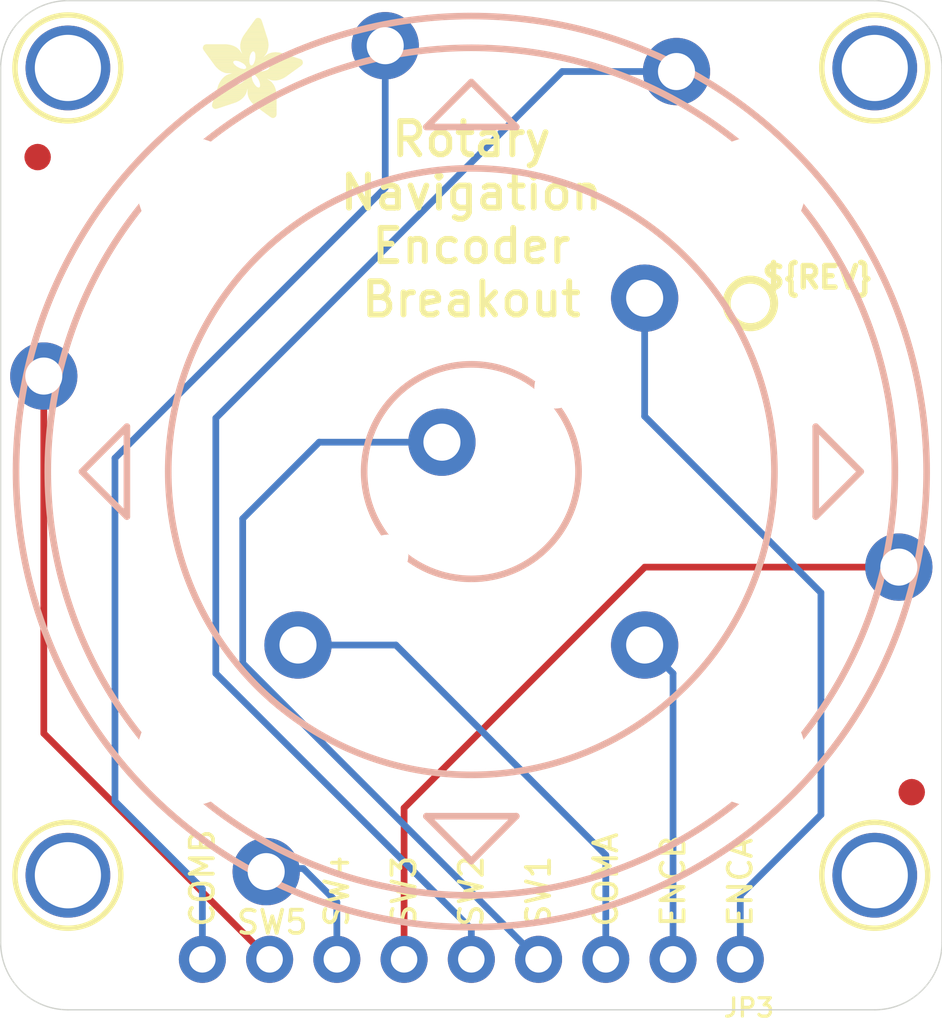
<source format=kicad_pcb>
(kicad_pcb (version 20221018) (generator pcbnew)
  (layers (0 "F.Cu" signal) (31 "B.Cu" signal) (34 "B.Paste" user) (35 "F.Paste" user) (36 "B.SilkS" user "B.Silkscreen") (37 "F.SilkS" user "F.Silkscreen") (38 "B.Mask" user) (39 "F.Mask" user) (44 "Edge.Cuts" user))
  (net 0 "")
  (net 1 "ENC_A")
  (net 2 "ENC_B")
  (net 3 "SW1")
  (net 4 "SW2")
  (net 5 "SW3")
  (net 6 "SW4")
  (net 7 "SW5")
  (net 8 "COMA")
  (net 9 "COMB")
  (footprint "working:PCBFEAT-REV-040" (layer "F.Cu") (at 159.0421 97.3836 180)
    (fp_text reference "U$33" hide)
    (fp_text value "" hide)
    (fp_text user "${REV}" (at -0.3556 0.508 180) (layer "F.SilkS") (effects (font (size 0.8128 0.8128) (thickness 0.2032)) (justify left bottom)))
  )
  (footprint "working:FIDUCIAL_1MM" (layer "F.Cu") (at 132.1181 91.8591 180)
    (fp_text reference "FID3" hide)
    (fp_text value "FIDUCIAL_1MM" hide)
    (pad "1" smd roundrect (at 0 0 180) (size 1 1) (layers "F.Cu" "F.Mask") (roundrect_rratio 0.5))
  )
  (footprint "working:MOUNTINGHOLE_2.5_PLATED" (layer "F.Cu") (at 133.2611 118.9736 180)
    (fp_text reference "U$27" hide)
    (fp_text value "MOUNTINGHOLE2.5" hide)
    (pad "P$1" thru_hole circle (at 0 0 180) (size 3.2 3.2) (drill 2.5) (layers "*.Cu" "*.Mask"))
  )
  (footprint "working:MOUNTINGHOLE_2.5_PLATED" (layer "F.Cu") (at 163.7411 118.9736 180)
    (fp_text reference "U$25" hide)
    (fp_text value "MOUNTINGHOLE2.5" hide)
    (pad "P$1" thru_hole circle (at 0 0 180) (size 3.2 3.2) (drill 2.5) (layers "*.Cu" "*.Mask"))
  )
  (footprint "working:1X09_ROUND_70" (layer "F.Cu") (at 148.5011 122.1486 180)
    (fp_text reference "JP3" (at -11.5062 -1.8288) (layer "F.SilkS") (effects (font (size 0.692831 0.692831) (thickness 0.119969)) (justify right)))
    (fp_text value "")
    (pad "1" thru_hole circle (at -10.16 0 270) (size 1.778 1.778) (drill 1) (layers "*.Cu" "*.Mask") (net 1 "ENC_A"))
    (pad "2" thru_hole circle (at -7.62 0 270) (size 1.778 1.778) (drill 1) (layers "*.Cu" "*.Mask") (net 2 "ENC_B"))
    (pad "3" thru_hole circle (at -5.08 0 270) (size 1.778 1.778) (drill 1) (layers "*.Cu" "*.Mask") (net 8 "COMA"))
    (pad "4" thru_hole circle (at -2.54 0 270) (size 1.778 1.778) (drill 1) (layers "*.Cu" "*.Mask") (net 3 "SW1"))
    (pad "5" thru_hole circle (at 0 0 270) (size 1.778 1.778) (drill 1) (layers "*.Cu" "*.Mask") (net 4 "SW2"))
    (pad "6" thru_hole circle (at 2.54 0 270) (size 1.778 1.778) (drill 1) (layers "*.Cu" "*.Mask") (net 5 "SW3"))
    (pad "7" thru_hole circle (at 5.08 0 270) (size 1.778 1.778) (drill 1) (layers "*.Cu" "*.Mask") (net 6 "SW4"))
    (pad "8" thru_hole circle (at 7.62 0 270) (size 1.778 1.778) (drill 1) (layers "*.Cu" "*.Mask") (net 7 "SW5"))
    (pad "9" thru_hole circle (at 10.16 0 270) (size 1.778 1.778) (drill 1) (layers "*.Cu" "*.Mask") (net 9 "COMB"))
  )
  (footprint "working:ADAFRUIT_3.5MM" (layer "F.Cu") (at 138.3411 90.3986)
    (fp_text reference "U$32" hide)
    (fp_text value "" hide)
  )
  (footprint "working:MOUNTINGHOLE_2.5_PLATED" (layer "F.Cu") (at 133.2611 88.4936 180)
    (fp_text reference "U$30" hide)
    (fp_text value "MOUNTINGHOLE2.5" hide)
    (pad "P$1" thru_hole circle (at 0 0 180) (size 3.2 3.2) (drill 2.5) (layers "*.Cu" "*.Mask"))
  )
  (footprint "working:MOUNTINGHOLE_2.5_PLATED" (layer "F.Cu") (at 163.7411 88.4936 180)
    (fp_text reference "U$29" hide)
    (fp_text value "MOUNTINGHOLE2.5" hide)
    (pad "P$1" thru_hole circle (at 0 0 180) (size 3.2 3.2) (drill 2.5) (layers "*.Cu" "*.Mask"))
  )
  (footprint "working:FIDUCIAL_1MM" (layer "F.Cu") (at 165.1381 115.8367 180)
    (fp_text reference "FID4" hide)
    (fp_text value "FIDUCIAL_1MM" hide)
    (pad "1" smd roundrect (at 0 0 180) (size 1 1) (layers "F.Cu" "F.Mask") (roundrect_rratio 0.5))
  )
  (footprint "working:ENCODER_ANO" (layer "B.Cu") (at 148.5011 103.7336 -45)
    (fp_text reference "X1" hide)
    (fp_text value "ENCODER_ANO" hide)
    (pad "" np_thru_hole circle (at -15 0 315) (size 4 4) (drill 4) (layers "*.Cu" "*.Mask"))
    (pad "" np_thru_hole circle (at 0 -15 315) (size 4 4) (drill 4) (layers "*.Cu" "*.Mask"))
    (pad "" np_thru_hole circle (at 0 -4.5 315) (size 1.6 1.6) (drill 1.6) (layers "*.Cu" "*.Mask"))
    (pad "" np_thru_hole circle (at 0 4.5 315) (size 1.6 1.6) (drill 1.6) (layers "*.Cu" "*.Mask"))
    (pad "" np_thru_hole circle (at 0 15 315) (size 4 4) (drill 4) (layers "*.Cu" "*.Mask"))
    (pad "" np_thru_hole circle (at 15 0 315) (size 4 4) (drill 4) (layers "*.Cu" "*.Mask"))
    (pad "A" thru_hole circle (at 0 -9.26 315) (size 2.54 2.54) (drill 1.4) (layers "*.Cu" "*.Mask") (net 1 "ENC_A"))
    (pad "B" thru_hole circle (at 9.26 0 315) (size 2.54 2.54) (drill 1.4) (layers "*.Cu" "*.Mask") (net 2 "ENC_B"))
    (pad "COM_A" thru_hole circle (at 0 9.26 315) (size 2.54 2.54) (drill 1.4) (layers "*.Cu" "*.Mask") (net 8 "COMA"))
    (pad "COM_B" thru_hole circle (at -13.67 -9.07 315) (size 2.54 2.54) (drill 1.4) (layers "*.Cu" "*.Mask") (net 9 "COMB"))
    (pad "S1" thru_hole circle (at -1.57 0 315) (size 2.54 2.54) (drill 1.4) (layers "*.Cu" "*.Mask") (net 3 "SW1"))
    (pad "S2" thru_hole circle (at -5.2 -16.16 315) (size 2.54 2.54) (drill 1.4) (layers "*.Cu" "*.Mask") (net 4 "SW2"))
    (pad "S3" thru_hole circle (at 13.97 -8.87 315) (size 2.54 2.54) (drill 1.4) (layers "*.Cu" "*.Mask") (net 5 "SW3"))
    (pad "S4" thru_hole circle (at 5.2 16.16 315) (size 2.54 2.54) (drill 1.4) (layers "*.Cu" "*.Mask") (net 6 "SW4"))
    (pad "S5" thru_hole circle (at -13.97 8.87 315) (size 2.54 2.54) (drill 1.4) (layers "*.Cu" "*.Mask") (net 7 "SW5"))
  )
  (gr_arc (start 130.7211 88.4936) (mid 131.465049 86.697549) (end 133.2611 85.9536) (stroke (width 0.05)) (layer "Edge.Cuts"))
  (gr_line (start 130.7211 88.4936) (end 130.7211 121.5136) (stroke (width 0.05)) (layer "Edge.Cuts"))
  (gr_line (start 166.2811 121.5136) (end 166.2811 88.4936) (stroke (width 0.05)) (layer "Edge.Cuts"))
  (gr_arc (start 133.2611 124.0536) (mid 131.465049 123.309651) (end 130.7211 121.5136) (stroke (width 0.05)) (layer "Edge.Cuts"))
  (gr_arc (start 166.2811 121.5136) (mid 165.537151 123.309651) (end 163.7411 124.0536) (stroke (width 0.05)) (layer "Edge.Cuts"))
  (gr_line (start 163.7411 85.9536) (end 133.2611 85.9536) (stroke (width 0.05)) (layer "Edge.Cuts"))
  (gr_arc (start 163.7411 85.9536) (mid 165.537151 86.697549) (end 166.2811 88.4936) (stroke (width 0.05)) (layer "Edge.Cuts"))
  (gr_line (start 133.2611 124.0536) (end 163.7411 124.0536) (stroke (width 0.05)) (layer "Edge.Cuts"))
  (gr_text "SW3" (at 145.9611 121.0056 90) (layer "F.SilkS") (effects (font (size 0.87376 0.87376) (thickness 0.14224)) (justify left)))
  (gr_text "COMA" (at 153.5811 121.0056 90) (layer "F.SilkS") (effects (font (size 0.87376 0.87376) (thickness 0.14224)) (justify left)))
  (gr_text "SW2" (at 148.5011 121.0056 90) (layer "F.SilkS") (effects (font (size 0.87376 0.87376) (thickness 0.14224)) (justify left)))
  (gr_text "Rotary\nNavigation\nEncoder\nBreakout" (at 148.5011 94.2086) (layer "F.SilkS") (effects (font (size 1.25222 1.25222) (thickness 0.22098))))
  (gr_text "COMB" (at 138.3411 121.0056 90) (layer "F.SilkS") (effects (font (size 0.87376 0.87376) (thickness 0.14224)) (justify left)))
  (gr_text "SW1" (at 151.0411 121.0056 90) (layer "F.SilkS") (effects (font (size 0.87376 0.87376) (thickness 0.14224)) (justify left)))
  (gr_text "ENCB" (at 156.1211 121.0056 90) (layer "F.SilkS") (effects (font (size 0.87376 0.87376) (thickness 0.14224)) (justify left)))
  (gr_text "ENCA" (at 158.6611 121.0056 90) (layer "F.SilkS") (effects (font (size 0.87376 0.87376) (thickness 0.14224)) (justify left)))
  (gr_text "SW5" (at 142.4051 120.7516) (layer "F.SilkS") (effects (font (size 0.87376 0.87376) (thickness 0.14224)) (justify right)))
  (gr_text "SW4" (at 143.4211 121.0056 90) (layer "F.SilkS") (effects (font (size 0.87376 0.87376) (thickness 0.14224)) (justify left)))
  (segment (start 161.7091 116.6876) (end 161.7091 108.3056) (width 0.254) (layer "B.Cu") (net 1))
  (segment (start 158.6611 122.1486) (end 158.6611 119.7356) (width 0.254) (layer "B.Cu") (net 1))
  (segment (start 158.6611 119.7356) (end 161.7091 116.6876) (width 0.254) (layer "B.Cu") (net 1))
  (segment (start 161.7091 108.3056) (end 155.048906 101.645407) (width 0.254) (layer "B.Cu") (net 1))
  (segment (start 155.048906 101.645407) (end 155.048906 97.185794) (width 0.254) (layer "B.Cu") (net 1))
  (segment (start 156.1211 111.3536) (end 155.048906 110.281406) (width 0.254) (layer "B.Cu") (net 2))
  (segment (start 156.1211 122.1486) (end 156.1211 111.3536) (width 0.254) (layer "B.Cu") (net 2))
  (segment (start 151.0411 122.1486) (end 139.8651 110.9726) (width 0.254) (layer "B.Cu") (net 3))
  (segment (start 139.8651 110.9726) (end 139.8651 105.5116) (width 0.254) (layer "B.Cu") (net 3))
  (segment (start 142.753257 102.623444) (end 147.390944 102.623444) (width 0.254) (layer "B.Cu") (net 3))
  (segment (start 139.8651 105.5116) (end 142.753257 102.623444) (width 0.254) (layer "B.Cu") (net 3))
  (segment (start 151.932987 88.6298) (end 138.8491 101.713688) (width 0.254) (layer "B.Cu") (net 4))
  (segment (start 138.8491 111.3536) (end 138.8491 101.713688) (width 0.254) (layer "B.Cu") (net 4))
  (segment (start 148.5011 122.1486) (end 148.5011 121.0056) (width 0.254) (layer "B.Cu") (net 4))
  (segment (start 151.932987 88.6298) (end 156.250987 88.6298) (width 0.254) (layer "B.Cu") (net 4))
  (segment (start 148.5011 121.0056) (end 138.8491 111.3536) (width 0.254) (layer "B.Cu") (net 4))
  (segment (start 145.9611 116.4336) (end 155.054856 107.339843) (width 0.254) (layer "F.Cu") (net 5))
  (segment (start 145.9611 122.1486) (end 145.9611 116.4336) (width 0.254) (layer "F.Cu") (net 5))
  (segment (start 155.054856 107.339843) (end 164.651418 107.339843) (width 0.254) (layer "F.Cu") (net 5))
  (segment (start 140.869013 118.7196) (end 140.751213 118.8374) (width 0.254) (layer "B.Cu") (net 6))
  (segment (start 143.4211 122.1486) (end 143.4211 119.9896) (width 0.254) (layer "B.Cu") (net 6))
  (segment (start 142.1511 118.7196) (end 140.869013 118.7196) (width 0.254) (layer "B.Cu") (net 6))
  (segment (start 143.4211 119.9896) (end 142.1511 118.7196) (width 0.254) (layer "B.Cu") (net 6))
  (segment (start 132.350782 113.618281) (end 132.350782 100.127357) (width 0.254) (layer "F.Cu") (net 7))
  (segment (start 140.8811 122.1486) (end 132.350782 113.618281) (width 0.254) (layer "F.Cu") (net 7))
  (segment (start 153.5811 118.2116) (end 153.5811 122.1486) (width 0.254) (layer "B.Cu") (net 8))
  (segment (start 141.953294 110.281406) (end 145.650907 110.281406) (width 0.254) (layer "B.Cu") (net 8))
  (segment (start 145.650907 110.281406) (end 153.5811 118.2116) (width 0.254) (layer "B.Cu") (net 8))
  (segment (start 145.24841 93.016291) (end 145.24841 87.653994) (width 0.254) (layer "B.Cu") (net 9))
  (segment (start 138.3411 119.4816) (end 135.0391 116.1796) (width 0.254) (layer "B.Cu") (net 9))
  (segment (start 135.0391 116.1796) (end 135.0391 103.2256) (width 0.254) (layer "B.Cu") (net 9))
  (segment (start 138.3411 122.1486) (end 138.3411 119.4816) (width 0.254) (layer "B.Cu") (net 9))
  (segment (start 135.0391 103.2256) (end 145.24841 93.016291) (width 0.254) (layer "B.Cu") (net 9))
)
</source>
